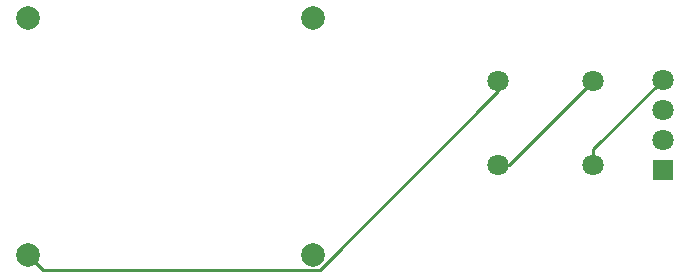
<source format=gbl>
G04 Layer: BottomLayer*
G04 EasyEDA v6.5.15, 2022-08-29 16:45:13*
G04 09623d91c7444fdd891dc3a6f912d1c4,ec20ccd4d5364735b5a2b8d176f8c56e,10*
G04 Gerber Generator version 0.2*
G04 Scale: 100 percent, Rotated: No, Reflected: No *
G04 Dimensions in millimeters *
G04 leading zeros omitted , absolute positions ,4 integer and 5 decimal *
%FSLAX45Y45*%
%MOMM*%

%ADD10C,0.2540*%
%ADD11C,2.0000*%
%ADD12R,1.8000X1.8000*%
%ADD13C,1.8000*%

%LPD*%
D10*
X1943102Y10849104D02*
G01*
X2071728Y10720478D01*
X4409950Y10720478D01*
X5924603Y12235131D01*
X5924603Y12319002D01*
X6724601Y11607802D02*
G01*
X6724601Y11741101D01*
X7315202Y12331702D01*
X5924603Y11607802D02*
G01*
X6013401Y11607802D01*
X6724601Y12319002D01*
D11*
G01*
X1943100Y10849102D03*
G01*
X1943100Y12849097D03*
G01*
X4356100Y10849102D03*
G01*
X4356100Y12849097D03*
D12*
G01*
X7315200Y11569700D03*
D13*
G01*
X7315200Y11823700D03*
G01*
X7315200Y12077700D03*
G01*
X7315200Y12331700D03*
G01*
X5924600Y12319000D03*
G01*
X6724599Y12319000D03*
G01*
X5924600Y11607800D03*
G01*
X6724599Y11607800D03*
M02*

</source>
